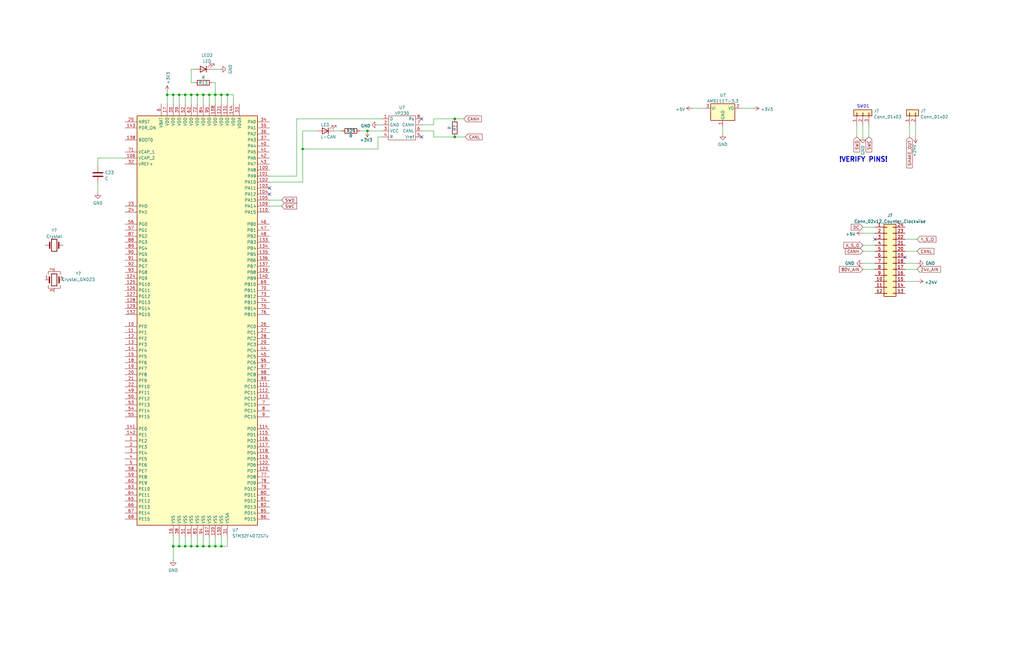
<source format=kicad_sch>
(kicad_sch (version 20211123) (generator eeschema)
  (paper "USLedger")
  (lib_symbols
    (symbol "Connector_Generic:Conn_01x02" (pin_names (offset 1.016) hide)
      (property "Reference" "J" (at 0 2.54 0))
      (property "Value" "Conn_01x02" (at 0 -5.08 0))
      (symbol "Conn_01x02_1_1"
        (rectangle (start -1.27 -2.413) (end 0 -2.667) (stroke (width 0.1524)))
        (rectangle (start -1.27 0.127) (end 0 -0.127) (stroke (width 0.1524)))
        (rectangle (start -1.27 1.27) (end 1.27 -3.81) (stroke (width 0.254)) (fill (type background)))
        (pin passive line (at -5.08 0 0) (length 3.81) (name "Pin_1") (number "1"))
        (pin passive line (at -5.08 -2.54 0) (length 3.81) (name "Pin_2") (number "2"))
      )
    )
    (symbol "Connector_Generic:Conn_01x03" (pin_names (offset 1.016) hide)
      (property "Reference" "J" (at 0 5.08 0))
      (property "Value" "Conn_01x03" (at 0 -5.08 0))
      (symbol "Conn_01x03_1_1"
        (rectangle (start -1.27 -2.413) (end 0 -2.667) (stroke (width 0.1524)))
        (rectangle (start -1.27 0.127) (end 0 -0.127) (stroke (width 0.1524)))
        (rectangle (start -1.27 2.667) (end 0 2.413) (stroke (width 0.1524)))
        (rectangle (start -1.27 3.81) (end 1.27 -3.81) (stroke (width 0.254)) (fill (type background)))
        (pin passive line (at -5.08 2.54 0) (length 3.81) (name "Pin_1") (number "1"))
        (pin passive line (at -5.08 0 0) (length 3.81) (name "Pin_2") (number "2"))
        (pin passive line (at -5.08 -2.54 0) (length 3.81) (name "Pin_3") (number "3"))
      )
    )
    (symbol "Connector_Generic:Conn_02x12_Counter_Clockwise" (pin_names (offset 1.016) hide)
      (property "Reference" "J" (at 1.27 15.24 0))
      (property "Value" "Conn_02x12_Counter_Clockwise" (at 1.27 -17.78 0))
      (symbol "Conn_02x12_Counter_Clockwise_1_1"
        (rectangle (start -1.27 -15.113) (end 0 -15.367) (stroke (width 0.1524)))
        (rectangle (start -1.27 -12.573) (end 0 -12.827) (stroke (width 0.1524)))
        (rectangle (start -1.27 -10.033) (end 0 -10.287) (stroke (width 0.1524)))
        (rectangle (start -1.27 -7.493) (end 0 -7.747) (stroke (width 0.1524)))
        (rectangle (start -1.27 -4.953) (end 0 -5.207) (stroke (width 0.1524)))
        (rectangle (start -1.27 -2.413) (end 0 -2.667) (stroke (width 0.1524)))
        (rectangle (start -1.27 0.127) (end 0 -0.127) (stroke (width 0.1524)))
        (rectangle (start -1.27 2.667) (end 0 2.413) (stroke (width 0.1524)))
        (rectangle (start -1.27 5.207) (end 0 4.953) (stroke (width 0.1524)))
        (rectangle (start -1.27 7.747) (end 0 7.493) (stroke (width 0.1524)))
        (rectangle (start -1.27 10.287) (end 0 10.033) (stroke (width 0.1524)))
        (rectangle (start -1.27 12.827) (end 0 12.573) (stroke (width 0.1524)))
        (rectangle (start -1.27 13.97) (end 3.81 -16.51) (stroke (width 0.254)) (fill (type background)))
        (rectangle (start 3.81 -15.113) (end 2.54 -15.367) (stroke (width 0.1524)))
        (rectangle (start 3.81 -12.573) (end 2.54 -12.827) (stroke (width 0.1524)))
        (rectangle (start 3.81 -10.033) (end 2.54 -10.287) (stroke (width 0.1524)))
        (rectangle (start 3.81 -7.493) (end 2.54 -7.747) (stroke (width 0.1524)))
        (rectangle (start 3.81 -4.953) (end 2.54 -5.207) (stroke (width 0.1524)))
        (rectangle (start 3.81 -2.413) (end 2.54 -2.667) (stroke (width 0.1524)))
        (rectangle (start 3.81 0.127) (end 2.54 -0.127) (stroke (width 0.1524)))
        (rectangle (start 3.81 2.667) (end 2.54 2.413) (stroke (width 0.1524)))
        (rectangle (start 3.81 5.207) (end 2.54 4.953) (stroke (width 0.1524)))
        (rectangle (start 3.81 7.747) (end 2.54 7.493) (stroke (width 0.1524)))
        (rectangle (start 3.81 10.287) (end 2.54 10.033) (stroke (width 0.1524)))
        (rectangle (start 3.81 12.827) (end 2.54 12.573) (stroke (width 0.1524)))
        (pin passive line (at -5.08 12.7 0) (length 3.81) (name "Pin_1") (number "1"))
        (pin passive line (at -5.08 -10.16 0) (length 3.81) (name "Pin_10") (number "10"))
        (pin passive line (at -5.08 -12.7 0) (length 3.81) (name "Pin_11") (number "11"))
        (pin passive line (at -5.08 -15.24 0) (length 3.81) (name "Pin_12") (number "12"))
        (pin passive line (at 7.62 -15.24 180) (length 3.81) (name "Pin_13") (number "13"))
        (pin passive line (at 7.62 -12.7 180) (length 3.81) (name "Pin_14") (number "14"))
        (pin passive line (at 7.62 -10.16 180) (length 3.81) (name "Pin_15") (number "15"))
        (pin passive line (at 7.62 -7.62 180) (length 3.81) (name "Pin_16") (number "16"))
        (pin passive line (at 7.62 -5.08 180) (length 3.81) (name "Pin_17") (number "17"))
        (pin passive line (at 7.62 -2.54 180) (length 3.81) (name "Pin_18") (number "18"))
        (pin passive line (at 7.62 0 180) (length 3.81) (name "Pin_19") (number "19"))
        (pin passive line (at -5.08 10.16 0) (length 3.81) (name "Pin_2") (number "2"))
        (pin passive line (at 7.62 2.54 180) (length 3.81) (name "Pin_20") (number "20"))
        (pin passive line (at 7.62 5.08 180) (length 3.81) (name "Pin_21") (number "21"))
        (pin passive line (at 7.62 7.62 180) (length 3.81) (name "Pin_22") (number "22"))
        (pin passive line (at 7.62 10.16 180) (length 3.81) (name "Pin_23") (number "23"))
        (pin passive line (at 7.62 12.7 180) (length 3.81) (name "Pin_24") (number "24"))
        (pin passive line (at -5.08 7.62 0) (length 3.81) (name "Pin_3") (number "3"))
        (pin passive line (at -5.08 5.08 0) (length 3.81) (name "Pin_4") (number "4"))
        (pin passive line (at -5.08 2.54 0) (length 3.81) (name "Pin_5") (number "5"))
        (pin passive line (at -5.08 0 0) (length 3.81) (name "Pin_6") (number "6"))
        (pin passive line (at -5.08 -2.54 0) (length 3.81) (name "Pin_7") (number "7"))
        (pin passive line (at -5.08 -5.08 0) (length 3.81) (name "Pin_8") (number "8"))
        (pin passive line (at -5.08 -7.62 0) (length 3.81) (name "Pin_9") (number "9"))
      )
    )
    (symbol "Device:C" (pin_numbers hide) (pin_names (offset 0.254))
      (property "Reference" "C" (at 0.635 2.54 0))
      (property "Value" "C" (at 0.635 -2.54 0))
      (symbol "C_0_1"
        (polyline (pts (xy -2.032 -0.762) (xy 2.032 -0.762)) (stroke (width 0.508)))
        (polyline (pts (xy -2.032 0.762) (xy 2.032 0.762)) (stroke (width 0.508)))
      )
      (symbol "C_1_1"
        (pin passive line (at 0 3.81 270) (length 2.794) (name "~") (number "1"))
        (pin passive line (at 0 -3.81 90) (length 2.794) (name "~") (number "2"))
      )
    )
    (symbol "Device:Crystal" (pin_numbers hide) (pin_names (offset 1.016) hide)
      (property "Reference" "Y" (at 0 3.81 0))
      (property "Value" "Crystal" (at 0 -3.81 0))
      (symbol "Crystal_0_1"
        (rectangle (start -1.143 2.54) (end 1.143 -2.54) (stroke (width 0.3048)))
        (polyline (pts (xy -2.54 0) (xy -1.905 0)))
        (polyline (pts (xy -1.905 -1.27) (xy -1.905 1.27)) (stroke (width 0.508)))
        (polyline (pts (xy 1.905 -1.27) (xy 1.905 1.27)) (stroke (width 0.508)))
        (polyline (pts (xy 2.54 0) (xy 1.905 0)))
      )
      (symbol "Crystal_1_1"
        (pin passive line (at -3.81 0 0) (length 1.27) (name "1") (number "1"))
        (pin passive line (at 3.81 0 180) (length 1.27) (name "2") (number "2"))
      )
    )
    (symbol "Device:Crystal_GND23" (pin_names (offset 1.016) hide)
      (property "Reference" "Y" (at 3.175 5.08 0))
      (property "Value" "Crystal_GND23" (at 3.175 3.175 0))
      (symbol "Crystal_GND23_0_1"
        (rectangle (start -1.143 2.54) (end 1.143 -2.54) (stroke (width 0.3048)))
        (polyline (pts (xy -2.54 0) (xy -2.032 0)))
        (polyline (pts (xy -2.032 -1.27) (xy -2.032 1.27)) (stroke (width 0.508)))
        (polyline (pts (xy 0 -3.81) (xy 0 -3.556)))
        (polyline (pts (xy 0 3.556) (xy 0 3.81)))
        (polyline (pts (xy 2.032 -1.27) (xy 2.032 1.27)) (stroke (width 0.508)))
        (polyline (pts (xy 2.032 0) (xy 2.54 0)))
        (polyline (pts (xy -2.54 -2.286) (xy -2.54 -3.556) (xy 2.54 -3.556) (xy 2.54 -2.286)))
        (polyline (pts (xy -2.54 2.286) (xy -2.54 3.556) (xy 2.54 3.556) (xy 2.54 2.286)))
      )
      (symbol "Crystal_GND23_1_1"
        (pin passive line (at -3.81 0 0) (length 1.27) (name "1") (number "1"))
        (pin passive line (at 0 5.08 270) (length 1.27) (name "2") (number "2"))
        (pin passive line (at 0 -5.08 90) (length 1.27) (name "3") (number "3"))
        (pin passive line (at 3.81 0 180) (length 1.27) (name "4") (number "4"))
      )
    )
    (symbol "Device:LED" (pin_numbers hide) (pin_names (offset 1.016) hide)
      (property "Reference" "D" (at 0 2.54 0))
      (property "Value" "LED" (at 0 -2.54 0))
      (symbol "LED_0_1"
        (polyline (pts (xy -1.27 -1.27) (xy -1.27 1.27)) (stroke (width 0.254)))
        (polyline (pts (xy -1.27 0) (xy 1.27 0)))
        (polyline (pts (xy 1.27 -1.27) (xy 1.27 1.27) (xy -1.27 0) (xy 1.27 -1.27)) (stroke (width 0.254)))
        (polyline (pts (xy -3.048 -0.762) (xy -4.572 -2.286) (xy -3.81 -2.286) (xy -4.572 -2.286) (xy -4.572 -1.524)))
        (polyline (pts (xy -1.778 -0.762) (xy -3.302 -2.286) (xy -2.54 -2.286) (xy -3.302 -2.286) (xy -3.302 -1.524)))
      )
      (symbol "LED_1_1"
        (pin passive line (at -3.81 0 0) (length 2.54) (name "K") (number "1"))
        (pin passive line (at 3.81 0 180) (length 2.54) (name "A") (number "2"))
      )
    )
    (symbol "Device:R" (pin_numbers hide) (pin_names (offset 0))
      (property "Reference" "R" (at 2.032 0 90))
      (property "Value" "R" (at 0 0 90))
      (symbol "R_0_1"
        (rectangle (start -1.016 -2.54) (end 1.016 2.54) (stroke (width 0.254)))
      )
      (symbol "R_1_1"
        (pin passive line (at 0 3.81 270) (length 1.27) (name "~") (number "1"))
        (pin passive line (at 0 -3.81 90) (length 1.27) (name "~") (number "2"))
      )
    )
    (symbol "MCU_ST_STM32F4:STM32F407ZGTx"
      (property "Reference" "U" (at -25.4 87.63 0))
      (property "Value" "STM32F407ZGTx" (at 20.32 87.63 0))
      (symbol "STM32F407ZGTx_0_1"
        (rectangle (start -25.4 -86.36) (end 25.4 86.36) (stroke (width 0.254)) (fill (type background)))
      )
      (symbol "STM32F407ZGTx_1_1"
        (pin bidirectional line (at -30.48 -50.8 0) (length 5.08) (name "PE2") (number "1"))
        (pin bidirectional line (at -30.48 -2.54 0) (length 5.08) (name "PF0") (number "10"))
        (pin bidirectional line (at 30.48 63.5 180) (length 5.08) (name "PA8") (number "100"))
        (pin bidirectional line (at 30.48 60.96 180) (length 5.08) (name "PA9") (number "101"))
        (pin bidirectional line (at 30.48 58.42 180) (length 5.08) (name "PA10") (number "102"))
        (pin bidirectional line (at 30.48 55.88 180) (length 5.08) (name "PA11") (number "103"))
        (pin bidirectional line (at 30.48 53.34 180) (length 5.08) (name "PA12") (number "104"))
        (pin bidirectional line (at 30.48 50.8 180) (length 5.08) (name "PA13") (number "105"))
        (pin power_in line (at -30.48 68.58 0) (length 5.08) (name "VCAP_2") (number "106"))
        (pin power_in line (at 5.08 -91.44 90) (length 5.08) (name "VSS") (number "107"))
        (pin power_in line (at 7.62 91.44 270) (length 5.08) (name "VDD") (number "108"))
        (pin bidirectional line (at 30.48 48.26 180) (length 5.08) (name "PA14") (number "109"))
        (pin bidirectional line (at -30.48 -5.08 0) (length 5.08) (name "PF1") (number "11"))
        (pin bidirectional line (at 30.48 45.72 180) (length 5.08) (name "PA15") (number "110"))
        (pin bidirectional line (at 30.48 -27.94 180) (length 5.08) (name "PC10") (number "111"))
        (pin bidirectional line (at 30.48 -30.48 180) (length 5.08) (name "PC11") (number "112"))
        (pin bidirectional line (at 30.48 -33.02 180) (length 5.08) (name "PC12") (number "113"))
        (pin bidirectional line (at 30.48 -45.72 180) (length 5.08) (name "PD0") (number "114"))
        (pin bidirectional line (at 30.48 -48.26 180) (length 5.08) (name "PD1") (number "115"))
        (pin bidirectional line (at 30.48 -50.8 180) (length 5.08) (name "PD2") (number "116"))
        (pin bidirectional line (at 30.48 -53.34 180) (length 5.08) (name "PD3") (number "117"))
        (pin bidirectional line (at 30.48 -55.88 180) (length 5.08) (name "PD4") (number "118"))
        (pin bidirectional line (at 30.48 -58.42 180) (length 5.08) (name "PD5") (number "119"))
        (pin bidirectional line (at -30.48 -7.62 0) (length 5.08) (name "PF2") (number "12"))
        (pin power_in line (at 7.62 -91.44 90) (length 5.08) (name "VSS") (number "120"))
        (pin power_in line (at 10.16 91.44 270) (length 5.08) (name "VDD") (number "121"))
        (pin bidirectional line (at 30.48 -60.96 180) (length 5.08) (name "PD6") (number "122"))
        (pin bidirectional line (at 30.48 -63.5 180) (length 5.08) (name "PD7") (number "123"))
        (pin bidirectional line (at -30.48 17.78 0) (length 5.08) (name "PG9") (number "124"))
        (pin bidirectional line (at -30.48 15.24 0) (length 5.08) (name "PG10") (number "125"))
        (pin bidirectional line (at -30.48 12.7 0) (length 5.08) (name "PG11") (number "126"))
        (pin bidirectional line (at -30.48 10.16 0) (length 5.08) (name "PG12") (number "127"))
        (pin bidirectional line (at -30.48 7.62 0) (length 5.08) (name "PG13") (number "128"))
        (pin bidirectional line (at -30.48 5.08 0) (length 5.08) (name "PG14") (number "129"))
        (pin bidirectional line (at -30.48 -10.16 0) (length 5.08) (name "PF3") (number "13"))
        (pin power_in line (at 10.16 -91.44 90) (length 5.08) (name "VSS") (number "130"))
        (pin power_in line (at 12.7 91.44 270) (length 5.08) (name "VDD") (number "131"))
        (pin bidirectional line (at -30.48 2.54 0) (length 5.08) (name "PG15") (number "132"))
        (pin bidirectional line (at 30.48 33.02 180) (length 5.08) (name "PB3") (number "133"))
        (pin bidirectional line (at 30.48 30.48 180) (length 5.08) (name "PB4") (number "134"))
        (pin bidirectional line (at 30.48 27.94 180) (length 5.08) (name "PB5") (number "135"))
        (pin bidirectional line (at 30.48 25.4 180) (length 5.08) (name "PB6") (number "136"))
        (pin bidirectional line (at 30.48 22.86 180) (length 5.08) (name "PB7") (number "137"))
        (pin input line (at -30.48 76.2 0) (length 5.08) (name "BOOT0") (number "138"))
        (pin bidirectional line (at 30.48 20.32 180) (length 5.08) (name "PB8") (number "139"))
        (pin bidirectional line (at -30.48 -12.7 0) (length 5.08) (name "PF4") (number "14"))
        (pin bidirectional line (at 30.48 17.78 180) (length 5.08) (name "PB9") (number "140"))
        (pin bidirectional line (at -30.48 -45.72 0) (length 5.08) (name "PE0") (number "141"))
        (pin bidirectional line (at -30.48 -48.26 0) (length 5.08) (name "PE1") (number "142"))
        (pin input line (at -30.48 81.28 0) (length 5.08) (name "PDR_ON") (number "143"))
        (pin power_in line (at 15.24 91.44 270) (length 5.08) (name "VDD") (number "144"))
        (pin bidirectional line (at -30.48 -15.24 0) (length 5.08) (name "PF5") (number "15"))
        (pin power_in line (at -10.16 -91.44 90) (length 5.08) (name "VSS") (number "16"))
        (pin power_in line (at -12.7 91.44 270) (length 5.08) (name "VDD") (number "17"))
        (pin bidirectional line (at -30.48 -17.78 0) (length 5.08) (name "PF6") (number "18"))
        (pin bidirectional line (at -30.48 -20.32 0) (length 5.08) (name "PF7") (number "19"))
        (pin bidirectional line (at -30.48 -53.34 0) (length 5.08) (name "PE3") (number "2"))
        (pin bidirectional line (at -30.48 -22.86 0) (length 5.08) (name "PF8") (number "20"))
        (pin bidirectional line (at -30.48 -25.4 0) (length 5.08) (name "PF9") (number "21"))
        (pin bidirectional line (at -30.48 -27.94 0) (length 5.08) (name "PF10") (number "22"))
        (pin input line (at -30.48 48.26 0) (length 5.08) (name "PH0") (number "23"))
        (pin input line (at -30.48 45.72 0) (length 5.08) (name "PH1") (number "24"))
        (pin input line (at -30.48 83.82 0) (length 5.08) (name "NRST") (number "25"))
        (pin bidirectional line (at 30.48 -2.54 180) (length 5.08) (name "PC0") (number "26"))
        (pin bidirectional line (at 30.48 -5.08 180) (length 5.08) (name "PC1") (number "27"))
        (pin bidirectional line (at 30.48 -7.62 180) (length 5.08) (name "PC2") (number "28"))
        (pin bidirectional line (at 30.48 -10.16 180) (length 5.08) (name "PC3") (number "29"))
        (pin bidirectional line (at -30.48 -55.88 0) (length 5.08) (name "PE4") (number "3"))
        (pin power_in line (at -10.16 91.44 270) (length 5.08) (name "VDD") (number "30"))
        (pin power_in line (at 12.7 -91.44 90) (length 5.08) (name "VSSA") (number "31"))
        (pin power_in line (at -30.48 66.04 0) (length 5.08) (name "VREF+") (number "32"))
        (pin power_in line (at 17.78 91.44 270) (length 5.08) (name "VDDA") (number "33"))
        (pin bidirectional line (at 30.48 83.82 180) (length 5.08) (name "PA0") (number "34"))
        (pin bidirectional line (at 30.48 81.28 180) (length 5.08) (name "PA1") (number "35"))
        (pin bidirectional line (at 30.48 78.74 180) (length 5.08) (name "PA2") (number "36"))
        (pin bidirectional line (at 30.48 76.2 180) (length 5.08) (name "PA3") (number "37"))
        (pin power_in line (at -7.62 -91.44 90) (length 5.08) (name "VSS") (number "38"))
        (pin power_in line (at -7.62 91.44 270) (length 5.08) (name "VDD") (number "39"))
        (pin bidirectional line (at -30.48 -58.42 0) (length 5.08) (name "PE5") (number "4"))
        (pin bidirectional line (at 30.48 73.66 180) (length 5.08) (name "PA4") (number "40"))
        (pin bidirectional line (at 30.48 71.12 180) (length 5.08) (name "PA5") (number "41"))
        (pin bidirectional line (at 30.48 68.58 180) (length 5.08) (name "PA6") (number "42"))
        (pin bidirectional line (at 30.48 66.04 180) (length 5.08) (name "PA7") (number "43"))
        (pin bidirectional line (at 30.48 -12.7 180) (length 5.08) (name "PC4") (number "44"))
        (pin bidirectional line (at 30.48 -15.24 180) (length 5.08) (name "PC5") (number "45"))
        (pin bidirectional line (at 30.48 40.64 180) (length 5.08) (name "PB0") (number "46"))
        (pin bidirectional line (at 30.48 38.1 180) (length 5.08) (name "PB1") (number "47"))
        (pin bidirectional line (at 30.48 35.56 180) (length 5.08) (name "PB2") (number "48"))
        (pin bidirectional line (at -30.48 -30.48 0) (length 5.08) (name "PF11") (number "49"))
        (pin bidirectional line (at -30.48 -60.96 0) (length 5.08) (name "PE6") (number "5"))
        (pin bidirectional line (at -30.48 -33.02 0) (length 5.08) (name "PF12") (number "50"))
        (pin power_in line (at -5.08 -91.44 90) (length 5.08) (name "VSS") (number "51"))
        (pin power_in line (at -5.08 91.44 270) (length 5.08) (name "VDD") (number "52"))
        (pin bidirectional line (at -30.48 -35.56 0) (length 5.08) (name "PF13") (number "53"))
        (pin bidirectional line (at -30.48 -38.1 0) (length 5.08) (name "PF14") (number "54"))
        (pin bidirectional line (at -30.48 -40.64 0) (length 5.08) (name "PF15") (number "55"))
        (pin bidirectional line (at -30.48 40.64 0) (length 5.08) (name "PG0") (number "56"))
        (pin bidirectional line (at -30.48 38.1 0) (length 5.08) (name "PG1") (number "57"))
        (pin bidirectional line (at -30.48 -63.5 0) (length 5.08) (name "PE7") (number "58"))
        (pin bidirectional line (at -30.48 -66.04 0) (length 5.08) (name "PE8") (number "59"))
        (pin power_in line (at -15.24 91.44 270) (length 5.08) (name "VBAT") (number "6"))
        (pin bidirectional line (at -30.48 -68.58 0) (length 5.08) (name "PE9") (number "60"))
        (pin power_in line (at -2.54 -91.44 90) (length 5.08) (name "VSS") (number "61"))
        (pin power_in line (at -2.54 91.44 270) (length 5.08) (name "VDD") (number "62"))
        (pin bidirectional line (at -30.48 -71.12 0) (length 5.08) (name "PE10") (number "63"))
        (pin bidirectional line (at -30.48 -73.66 0) (length 5.08) (name "PE11") (number "64"))
        (pin bidirectional line (at -30.48 -76.2 0) (length 5.08) (name "PE12") (number "65"))
        (pin bidirectional line (at -30.48 -78.74 0) (length 5.08) (name "PE13") (number "66"))
        (pin bidirectional line (at -30.48 -81.28 0) (length 5.08) (name "PE14") (number "67"))
        (pin bidirectional line (at -30.48 -83.82 0) (length 5.08) (name "PE15") (number "68"))
        (pin bidirectional line (at 30.48 15.24 180) (length 5.08) (name "PB10") (number "69"))
        (pin bidirectional line (at 30.48 -35.56 180) (length 5.08) (name "PC13") (number "7"))
        (pin bidirectional line (at 30.48 12.7 180) (length 5.08) (name "PB11") (number "70"))
        (pin power_in line (at -30.48 71.12 0) (length 5.08) (name "VCAP_1") (number "71"))
        (pin power_in line (at 0 91.44 270) (length 5.08) (name "VDD") (number "72"))
        (pin bidirectional line (at 30.48 10.16 180) (length 5.08) (name "PB12") (number "73"))
        (pin bidirectional line (at 30.48 7.62 180) (length 5.08) (name "PB13") (number "74"))
        (pin bidirectional line (at 30.48 5.08 180) (length 5.08) (name "PB14") (number "75"))
        (pin bidirectional line (at 30.48 2.54 180) (length 5.08) (name "PB15") (number "76"))
        (pin bidirectional line (at 30.48 -66.04 180) (length 5.08) (name "PD8") (number "77"))
        (pin bidirectional line (at 30.48 -68.58 180) (length 5.08) (name "PD9") (number "78"))
        (pin bidirectional line (at 30.48 -71.12 180) (length 5.08) (name "PD10") (number "79"))
        (pin bidirectional line (at 30.48 -38.1 180) (length 5.08) (name "PC14") (number "8"))
        (pin bidirectional line (at 30.48 -73.66 180) (length 5.08) (name "PD11") (number "80"))
        (pin bidirectional line (at 30.48 -76.2 180) (length 5.08) (name "PD12") (number "81"))
        (pin bidirectional line (at 30.48 -78.74 180) (length 5.08) (name "PD13") (number "82"))
        (pin power_in line (at 0 -91.44 90) (length 5.08) (name "VSS") (number "83"))
        (pin power_in line (at 2.54 91.44 270) (length 5.08) (name "VDD") (number "84"))
        (pin bidirectional line (at 30.48 -81.28 180) (length 5.08) (name "PD14") (number "85"))
        (pin bidirectional line (at 30.48 -83.82 180) (length 5.08) (name "PD15") (number "86"))
        (pin bidirectional line (at -30.48 35.56 0) (length 5.08) (name "PG2") (number "87"))
        (pin bidirectional line (at -30.48 33.02 0) (length 5.08) (name "PG3") (number "88"))
        (pin bidirectional line (at -30.48 30.48 0) (length 5.08) (name "PG4") (number "89"))
        (pin bidirectional line (at 30.48 -40.64 180) (length 5.08) (name "PC15") (number "9"))
        (pin bidirectional line (at -30.48 27.94 0) (length 5.08) (name "PG5") (number "90"))
        (pin bidirectional line (at -30.48 25.4 0) (length 5.08) (name "PG6") (number "91"))
        (pin bidirectional line (at -30.48 22.86 0) (length 5.08) (name "PG7") (number "92"))
        (pin bidirectional line (at -30.48 20.32 0) (length 5.08) (name "PG8") (number "93"))
        (pin power_in line (at 2.54 -91.44 90) (length 5.08) (name "VSS") (number "94"))
        (pin power_in line (at 5.08 91.44 270) (length 5.08) (name "VDD") (number "95"))
        (pin bidirectional line (at 30.48 -17.78 180) (length 5.08) (name "PC6") (number "96"))
        (pin bidirectional line (at 30.48 -20.32 180) (length 5.08) (name "PC7") (number "97"))
        (pin bidirectional line (at 30.48 -22.86 180) (length 5.08) (name "PC8") (number "98"))
        (pin bidirectional line (at 30.48 -25.4 180) (length 5.08) (name "PC9") (number "99"))
      )
    )
    (symbol "Regulator_Linear:AMS1117-3.3" (pin_names (offset 0.254))
      (property "Reference" "U" (at -3.81 3.175 0))
      (property "Value" "AMS1117-3.3" (at 0 3.175 0))
      (symbol "AMS1117-3.3_0_1"
        (rectangle (start -5.08 -5.08) (end 5.08 1.905) (stroke (width 0.254)) (fill (type background)))
      )
      (symbol "AMS1117-3.3_1_1"
        (pin power_in line (at 0 -7.62 90) (length 2.54) (name "GND") (number "1"))
        (pin power_out line (at 7.62 0 180) (length 2.54) (name "VO") (number "2"))
        (pin power_in line (at -7.62 0 0) (length 2.54) (name "VI") (number "3"))
      )
    )
    (symbol "TM245_parts:VP230"
      (property "Reference" "U" (at 0 -6.35 0))
      (property "Value" "VP230" (at 0 6.35 0))
      (symbol "VP230_0_1"
        (rectangle (start -5.08 5.08) (end 6.35 -5.08))
      )
      (symbol "VP230_1_1"
        (pin input line (at -7.62 3.81 0) (length 2.54) (name "D") (number "1"))
        (pin input line (at -7.62 1.27 0) (length 2.54) (name "GND") (number "2"))
        (pin input line (at -7.62 -1.27 0) (length 2.54) (name "VCC") (number "3"))
        (pin input line (at -7.62 -3.81 0) (length 2.54) (name "R") (number "4"))
        (pin input line (at 8.89 -3.81 180) (length 2.54) (name "Vref") (number "5"))
        (pin input line (at 8.89 -1.27 180) (length 2.54) (name "CANL") (number "6"))
        (pin input line (at 8.89 1.27 180) (length 2.54) (name "CANH") (number "7"))
        (pin input line (at 8.89 3.81 180) (length 2.54) (name "Rs") (number "8"))
      )
    )
    (symbol "power:+24V" (power) (pin_names (offset 0))
      (property "Value" "+24V" (at 0 3.556 0))
      (symbol "+24V_0_1"
        (polyline (pts (xy -0.762 1.27) (xy 0 2.54)))
        (polyline (pts (xy 0 0) (xy 0 2.54)))
        (polyline (pts (xy 0 2.54) (xy 0.762 1.27)))
      )
      (symbol "+24V_1_1"
        (pin power_in line (at 0 0 90) (length 0) hide (name "+24V") (number "1"))
      )
    )
    (symbol "power:+3V3" (power) (pin_names (offset 0))
      (property "Value" "+3V3" (at 0 3.556 0))
      (symbol "+3V3_0_1"
        (polyline (pts (xy -0.762 1.27) (xy 0 2.54)))
        (polyline (pts (xy 0 0) (xy 0 2.54)))
        (polyline (pts (xy 0 2.54) (xy 0.762 1.27)))
      )
      (symbol "+3V3_1_1"
        (pin power_in line (at 0 0 90) (length 0) hide (name "+3V3") (number "1"))
      )
    )
    (symbol "power:+5V" (power) (pin_names (offset 0))
      (property "Value" "+5V" (at 0 3.556 0))
      (symbol "+5V_0_1"
        (polyline (pts (xy -0.762 1.27) (xy 0 2.54)))
        (polyline (pts (xy 0 0) (xy 0 2.54)))
        (polyline (pts (xy 0 2.54) (xy 0.762 1.27)))
      )
      (symbol "+5V_1_1"
        (pin power_in line (at 0 0 90) (length 0) hide (name "+5V") (number "1"))
      )
    )
    (symbol "power:GND" (power) (pin_names (offset 0))
      (property "Value" "GND" (at 0 -3.81 0))
      (symbol "GND_0_1"
        (polyline (pts (xy 0 0) (xy 0 -1.27) (xy 1.27 -1.27) (xy 0 -2.54) (xy -1.27 -1.27) (xy 0 -1.27)))
      )
      (symbol "GND_1_1"
        (pin power_in line (at 0 0 270) (length 0) hide (name "GND") (number "1"))
      )
    )
  )
  (junction (at 95.885 40.005))
  (junction (at 85.725 230.505))
  (junction (at 78.105 230.505))
  (junction (at 78.105 40.005))
  (junction (at 85.725 40.005))
  (junction (at 127.635 62.865))
  (junction (at 88.265 40.005))
  (junction (at 83.185 230.505))
  (junction (at 93.345 40.005))
  (junction (at 90.805 230.505))
  (junction (at 88.265 230.505))
  (junction (at 70.485 40.005))
  (junction (at 90.805 40.005))
  (junction (at 191.77 50.165))
  (junction (at 154.94 55.245))
  (junction (at 75.565 40.005))
  (junction (at 83.185 40.005))
  (junction (at 73.025 230.505))
  (junction (at 93.345 230.505))
  (junction (at 191.77 57.785))
  (junction (at 80.645 40.005))
  (junction (at 73.025 40.005))
  (junction (at 75.565 230.505))
  (junction (at 80.645 230.505))
  (no_connect (at 368.935 100.965))
  (no_connect (at 381.635 108.585))
  (no_connect (at 177.8 50.165))
  (no_connect (at 177.8 57.785))
  (no_connect (at 113.665 81.915))
  (no_connect (at 113.665 79.375))
  (wire (pts (xy 70.485 40.005) (xy 73.025 40.005)))
  (wire (pts (xy 83.185 40.005) (xy 83.185 43.815)))
  (wire (pts (xy 191.77 57.785) (xy 196.215 57.785)))
  (wire (pts (xy 93.345 230.505) (xy 95.885 230.505)))
  (wire (pts (xy 78.105 40.005) (xy 80.645 40.005)))
  (wire (pts (xy 368.935 95.885) (xy 363.855 95.885)))
  (wire (pts (xy 52.705 66.675) (xy 41.275 66.675)))
  (wire (pts (xy 83.185 226.695) (xy 83.185 230.505)))
  (wire (pts (xy 73.025 40.005) (xy 73.025 43.815)))
  (wire (pts (xy 41.275 66.675) (xy 41.275 69.85)))
  (wire (pts (xy 144.145 55.245) (xy 140.97 55.245)))
  (wire (pts (xy 73.025 226.695) (xy 73.025 230.505)))
  (wire (pts (xy 151.765 55.245) (xy 154.94 55.245)))
  (wire (pts (xy 89.535 34.925) (xy 90.805 34.925)))
  (wire (pts (xy 92.71 29.21) (xy 89.535 29.21)))
  (wire (pts (xy 78.105 226.695) (xy 78.105 230.505)))
  (wire (pts (xy 381.635 118.745) (xy 386.715 118.745)))
  (wire (pts (xy 70.485 40.005) (xy 70.485 38.735)))
  (wire (pts (xy 90.805 40.005) (xy 90.805 43.815)))
  (wire (pts (xy 177.8 55.245) (xy 182.88 55.245)))
  (wire (pts (xy 113.665 76.835) (xy 127.635 76.835)))
  (wire (pts (xy 95.885 226.695) (xy 95.885 230.505)))
  (wire (pts (xy 73.025 230.505) (xy 75.565 230.505)))
  (wire (pts (xy 368.935 106.045) (xy 363.855 106.045)))
  (wire (pts (xy 93.345 40.005) (xy 93.345 43.815)))
  (wire (pts (xy 363.855 57.785) (xy 363.855 52.705)))
  (wire (pts (xy 93.345 40.005) (xy 95.885 40.005)))
  (wire (pts (xy 75.565 40.005) (xy 78.105 40.005)))
  (wire (pts (xy 125.095 50.165) (xy 161.29 50.165)))
  (wire (pts (xy 297.18 45.72) (xy 292.1 45.72)))
  (wire (pts (xy 127.635 55.245) (xy 127.635 62.865)))
  (wire (pts (xy 368.935 103.505) (xy 363.855 103.505)))
  (wire (pts (xy 381.635 106.045) (xy 386.715 106.045)))
  (wire (pts (xy 85.725 40.005) (xy 88.265 40.005)))
  (wire (pts (xy 363.855 111.125) (xy 368.935 111.125)))
  (wire (pts (xy 368.935 113.665) (xy 363.855 113.665)))
  (wire (pts (xy 159.385 57.785) (xy 161.29 57.785)))
  (wire (pts (xy 182.88 55.245) (xy 182.88 57.785)))
  (wire (pts (xy 41.275 77.47) (xy 41.275 81.28)))
  (wire (pts (xy 95.885 43.815) (xy 95.885 40.005)))
  (wire (pts (xy 78.105 230.505) (xy 80.645 230.505)))
  (wire (pts (xy 80.645 230.505) (xy 83.185 230.505)))
  (wire (pts (xy 182.88 52.705) (xy 182.88 50.165)))
  (wire (pts (xy 177.8 52.705) (xy 182.88 52.705)))
  (wire (pts (xy 88.265 226.695) (xy 88.265 230.505)))
  (wire (pts (xy 125.095 50.165) (xy 125.095 74.295)))
  (wire (pts (xy 80.645 29.21) (xy 81.915 29.21)))
  (wire (pts (xy 83.185 40.005) (xy 85.725 40.005)))
  (wire (pts (xy 154.94 55.245) (xy 161.29 55.245)))
  (wire (pts (xy 75.565 230.505) (xy 78.105 230.505)))
  (wire (pts (xy 383.54 52.705) (xy 383.54 57.785)))
  (wire (pts (xy 73.025 236.22) (xy 73.025 230.505)))
  (wire (pts (xy 159.385 62.865) (xy 159.385 57.785)))
  (wire (pts (xy 83.185 230.505) (xy 85.725 230.505)))
  (wire (pts (xy 127.635 62.865) (xy 159.385 62.865)))
  (wire (pts (xy 73.025 40.005) (xy 75.565 40.005)))
  (wire (pts (xy 312.42 45.72) (xy 317.5 45.72)))
  (wire (pts (xy 88.265 40.005) (xy 88.265 43.815)))
  (wire (pts (xy 133.35 55.245) (xy 127.635 55.245)))
  (wire (pts (xy 85.725 230.505) (xy 88.265 230.505)))
  (wire (pts (xy 90.805 34.925) (xy 90.805 40.005)))
  (wire (pts (xy 80.645 34.925) (xy 80.645 29.21)))
  (wire (pts (xy 90.805 230.505) (xy 93.345 230.505)))
  (wire (pts (xy 85.725 40.005) (xy 85.725 43.815)))
  (wire (pts (xy 81.915 34.925) (xy 80.645 34.925)))
  (wire (pts (xy 80.645 40.005) (xy 83.185 40.005)))
  (wire (pts (xy 80.645 226.695) (xy 80.645 230.505)))
  (wire (pts (xy 182.88 50.165) (xy 191.77 50.165)))
  (wire (pts (xy 85.725 226.695) (xy 85.725 230.505)))
  (wire (pts (xy 80.645 40.005) (xy 80.645 43.815)))
  (wire (pts (xy 70.485 43.815) (xy 70.485 40.005)))
  (wire (pts (xy 113.665 86.995) (xy 118.745 86.995)))
  (wire (pts (xy 361.315 52.705) (xy 361.315 57.785)))
  (wire (pts (xy 98.425 40.005) (xy 98.425 43.815)))
  (wire (pts (xy 93.345 226.695) (xy 93.345 230.505)))
  (wire (pts (xy 90.805 226.695) (xy 90.805 230.505)))
  (wire (pts (xy 182.88 57.785) (xy 191.77 57.785)))
  (wire (pts (xy 159.385 52.705) (xy 161.29 52.705)))
  (wire (pts (xy 95.885 40.005) (xy 98.425 40.005)))
  (wire (pts (xy 191.77 50.165) (xy 195.58 50.165)))
  (wire (pts (xy 113.665 84.455) (xy 118.745 84.455)))
  (wire (pts (xy 366.395 52.705) (xy 366.395 57.785)))
  (wire (pts (xy 88.265 230.505) (xy 90.805 230.505)))
  (wire (pts (xy 113.665 74.295) (xy 125.095 74.295)))
  (wire (pts (xy 381.635 113.665) (xy 386.715 113.665)))
  (wire (pts (xy 381.635 100.965) (xy 386.715 100.965)))
  (wire (pts (xy 368.935 98.425) (xy 363.855 98.425)))
  (wire (pts (xy 127.635 76.835) (xy 127.635 62.865)))
  (wire (pts (xy 75.565 226.695) (xy 75.565 230.505)))
  (wire (pts (xy 304.8 56.515) (xy 304.8 53.34)))
  (wire (pts (xy 386.08 52.705) (xy 386.08 57.785)))
  (wire (pts (xy 78.105 40.005) (xy 78.105 43.815)))
  (wire (pts (xy 88.265 40.005) (xy 90.805 40.005)))
  (wire (pts (xy 386.715 111.125) (xy 381.635 111.125)))
  (wire (pts (xy 90.805 40.005) (xy 93.345 40.005)))
  (wire (pts (xy 75.565 43.815) (xy 75.565 40.005)))
  (text "SWD1" (at 361.315 45.72 0) (effects (font (size 1.27 1.27)) (justify left bottom)))
  (text "!VERIFY PINS!" (at 353.695 68.58 0) (effects (font (size 2 2) (thickness 0.4) bold) (justify left bottom)))
  (global_label "SWC" (shape input) (at 366.395 57.785 270) (property "Intersheet References" "${INTERSHEET_REFS}" (effects hide)))
  (global_label "80V_AIN" (shape input) (at 363.855 113.665 180) (property "Intersheet References" "${INTERSHEET_REFS}" (effects hide)))
  (global_label "DC" (shape input) (at 363.855 95.885 180) (property "Intersheet References" "${INTERSHEET_REFS}" (effects hide)))
  (global_label "24V_AIN" (shape input) (at 386.715 113.665 0) (property "Intersheet References" "${INTERSHEET_REFS}" (effects hide)))
  (global_label "CANL" (shape input) (at 196.215 57.785 0) (property "Intersheet References" "${INTERSHEET_REFS}" (effects hide)))
  (global_label "X_S_O" (shape input) (at 363.855 103.505 180) (property "Intersheet References" "${INTERSHEET_REFS}" (effects hide)))
  (global_label "SWD" (shape input) (at 118.745 84.455 0) (property "Intersheet References" "${INTERSHEET_REFS}" (effects hide)))
  (global_label "SWD" (shape input) (at 361.315 57.785 270) (property "Intersheet References" "${INTERSHEET_REFS}" (effects hide)))
  (global_label "SHAKE_OUT" (shape input) (at 383.54 57.785 270) (property "Intersheet References" "${INTERSHEET_REFS}" (effects hide)))
  (global_label "CANH" (shape input) (at 363.855 106.045 180) (property "Intersheet References" "${INTERSHEET_REFS}" (effects hide)))
  (global_label "CANH" (shape input) (at 195.58 50.165 0) (property "Intersheet References" "${INTERSHEET_REFS}" (effects hide)))
  (global_label "SWC" (shape input) (at 118.745 86.995 0) (property "Intersheet References" "${INTERSHEET_REFS}" (effects hide)))
  (global_label "Y_S_O" (shape input) (at 386.715 100.965 0) (property "Intersheet References" "${INTERSHEET_REFS}" (effects hide)))
  (global_label "CANL" (shape input) (at 386.715 106.045 0) (property "Intersheet References" "${INTERSHEET_REFS}" (effects hide)))
  (symbol (lib_id "power:GND") (at 92.71 29.21 90) (unit 1)
    (property "Reference" "#PWR?" (effects hide))
    (property "Value" "GND" (at 97.1534 29.21 0))
  )
  (symbol (lib_id "Device:LED") (at 137.16 55.245 180) (unit 1)
    (property "Reference" "L-CAN" (at 138.43 57.785 0))
    (property "Value" "LED" (at 137.16 52.705 0))
  )
  (symbol (lib_id "Device:R") (at 191.77 53.975 180) (unit 1)
    (property "Reference" "R?" (at 191.77 53.975 90))
    (property "Value" "R" (at 189.5911 53.975 90))
  )
  (symbol (lib_id "power:+3V3") (at 154.94 55.245 180) (unit 1)
    (property "Reference" "#PWR?" (effects hide))
    (property "Value" "+3V3" (at 151.765 59.055 0) (effects (justify right)))
  )
  (symbol (lib_id "Device:C") (at 41.275 73.66 180) (unit 1)
    (property "Reference" "C23" (at 44.196 72.8253 0) (effects (justify right)))
    (property "Value" "C" (at 44.196 75.3622 0) (effects (justify right)))
  )
  (symbol (lib_id "power:+5V") (at 292.1 45.72 90) (unit 1)
    (property "Reference" "#PWR?" (effects hide))
    (property "Value" "+5V" (at 288.9251 46.1538 90) (effects (justify left)))
  )
  (symbol (lib_id "power:GND") (at 363.855 57.785 0) (unit 1)
    (property "Reference" "#PWR?" (effects hide))
    (property "Value" "GND" (at 363.855 65.405 90) (effects (justify left)))
  )
  (symbol (lib_id "TM245_parts:VP230") (at 168.91 53.975 0) (unit 1)
    (property "Reference" "U?" (at 169.545 45.3222 0))
    (property "Value" "VP230" (at 169.545 47.8591 0))
  )
  (symbol (lib_id "power:GND") (at 159.385 52.705 270) (unit 1)
    (property "Reference" "#PWR?" (effects hide))
    (property "Value" "GND" (at 156.2101 53.1388 90) (effects (justify right)))
  )
  (symbol (lib_id "Device:R") (at 147.955 55.245 270) (unit 1)
    (property "Reference" "R29" (at 147.955 55.245 90))
    (property "Value" "R" (at 147.955 57.4239 90))
  )
  (symbol (lib_id "Device:Crystal") (at 22.86 103.505 0) (unit 1)
    (property "Reference" "Y?" (at 22.86 97.2398 0))
    (property "Value" "Crystal" (at 22.86 99.7767 0))
  )
  (symbol (lib_id "power:+24V") (at 386.715 118.745 270) (unit 1)
    (property "Reference" "#PWR?" (effects hide))
    (property "Value" "+24V" (at 389.89 119.1788 90) (effects (justify left)))
  )
  (symbol (lib_id "Connector_Generic:Conn_02x12_Counter_Clockwise") (at 374.015 108.585 0) (unit 1)
    (property "Reference" "J?" (at 375.285 90.9152 0))
    (property "Value" "Conn_02x12_Counter_Clockwise" (at 375.285 93.4521 0))
  )
  (symbol (lib_id "Connector_Generic:Conn_01x03") (at 363.855 47.625 90) (unit 1)
    (property "Reference" "J?" (at 368.427 46.7903 90) (effects (justify right)))
    (property "Value" "Conn_01x03" (at 368.427 49.3272 90) (effects (justify right)))
  )
  (symbol (lib_id "Device:Crystal_GND23") (at 22.86 118.11 0) (unit 1)
    (property "Reference" "Y?" (at 33.0389 115.4009 0))
    (property "Value" "Crystal_GND23" (at 33.0389 117.9378 0))
  )
  (symbol (lib_id "power:+3V3") (at 70.485 38.735 0) (unit 1)
    (property "Reference" "#PWR?" (effects hide))
    (property "Value" "+3V3" (at 70.9188 35.56 90) (effects (justify left)))
  )
  (symbol (lib_id "Connector_Generic:Conn_01x02") (at 383.54 47.625 90) (unit 1)
    (property "Reference" "J?" (at 388.112 46.7903 90) (effects (justify right)))
    (property "Value" "Conn_01x02" (at 388.112 49.3272 90) (effects (justify right)))
  )
  (symbol (lib_id "power:+3V3") (at 317.5 45.72 270) (unit 1)
    (property "Reference" "#PWR?" (effects hide))
    (property "Value" "+3V3" (at 320.675 46.1538 90) (effects (justify left)))
  )
  (symbol (lib_id "power:GND") (at 41.275 81.28 0) (unit 1)
    (property "Reference" "#PWR?" (effects hide))
    (property "Value" "GND" (at 41.275 85.7234 0))
  )
  (symbol (lib_id "power:GND") (at 386.715 111.125 90) (unit 1)
    (property "Reference" "#PWR?" (effects hide))
    (property "Value" "GND" (at 394.335 111.125 90) (effects (justify left)))
  )
  (symbol (lib_id "Device:LED") (at 85.725 29.21 180) (unit 1)
    (property "Reference" "LED2" (at 87.3125 23.3512 0))
    (property "Value" "LED" (at 87.3125 25.8881 0))
  )
  (symbol (lib_id "power:GND") (at 304.8 56.515 0) (unit 1)
    (property "Reference" "#PWR?" (effects hide))
    (property "Value" "GND" (at 304.8 60.9584 0))
  )
  (symbol (lib_id "power:+5V") (at 363.855 98.425 90) (unit 1)
    (property "Reference" "#PWR?" (effects hide))
    (property "Value" "+5V" (at 360.6801 98.8588 90) (effects (justify left)))
  )
  (symbol (lib_id "Regulator_Linear:AMS1117-3.3") (at 304.8 45.72 0) (unit 1)
    (property "Reference" "U?" (at 304.8 40.1152 0))
    (property "Value" "AMS1117-3.3" (at 304.8 42.6521 0))
    (property "Footprint" "Package_TO_SOT_SMD:SOT-223-3_TabPin2" (effects hide))
    (property "Datasheet" "http://www.advanced-monolithic.com/pdf/ds1117.pdf" (effects hide))
  )
  (symbol (lib_id "MCU_ST_STM32F4:STM32F407ZGTx") (at 83.185 135.255 0) (unit 1)
    (property "Reference" "U?" (at 97.9044 223.6454 0) (effects (justify left)))
    (property "Value" "STM32F407ZGTx" (at 97.9044 226.1823 0) (effects (justify left)))
    (property "Footprint" "Package_QFP:LQFP-144_20x20mm_P0.5mm" (effects hide))
    (property "Datasheet" "http://www.st.com/st-web-ui/static/active/en/resource/technical/document/datasheet/DM00037051.pdf" (effects hide))
  )
  (symbol (lib_id "power:GND") (at 73.025 236.22 0) (unit 1)
    (property "Reference" "#PWR?" (effects hide))
    (property "Value" "GND" (at 73.025 240.6634 0))
  )
  (symbol (lib_id "power:+24V") (at 386.08 57.785 180) (unit 1)
    (property "Reference" "#PWR?" (effects hide))
    (property "Value" "+24V" (at 385.6462 60.96 90) (effects (justify left)))
  )
  (symbol (lib_id "Device:R") (at 85.725 34.925 90) (unit 1)
    (property "Reference" "R13" (at 85.725 34.925 90))
    (property "Value" "R" (at 85.725 32.7461 90))
  )
  (symbol (lib_id "power:GND") (at 363.855 111.125 270) (unit 1)
    (property "Reference" "#PWR?" (effects hide))
    (property "Value" "GND" (at 356.235 111.125 90) (effects (justify left)))
  )
)
</source>
